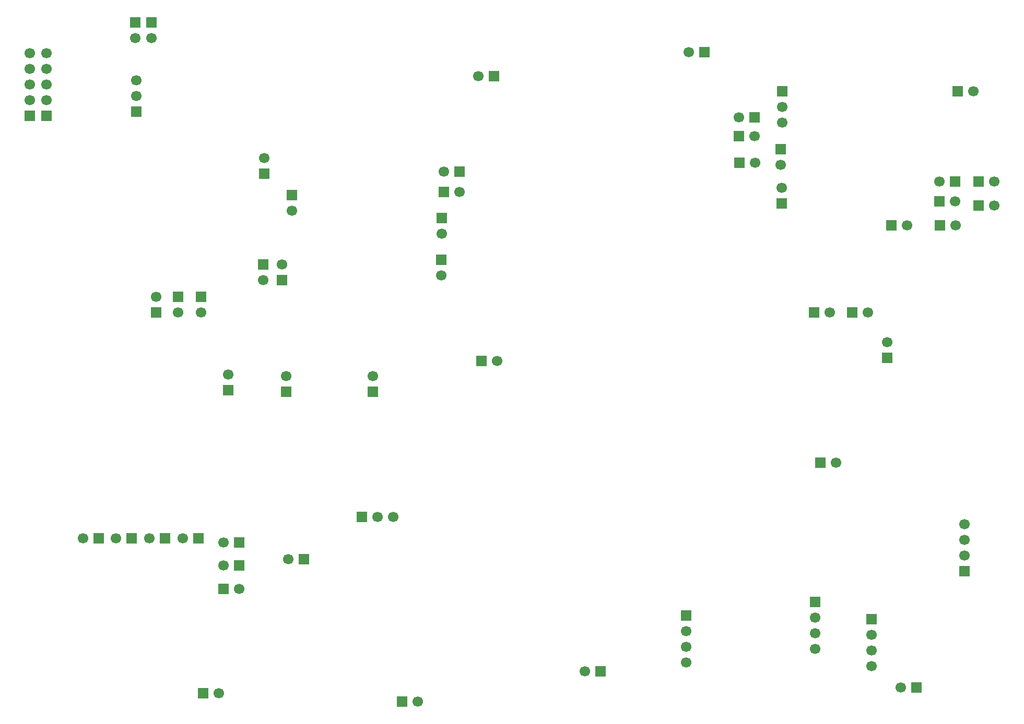
<source format=gbs>
%TF.GenerationSoftware,KiCad,Pcbnew,9.0.4*%
%TF.CreationDate,2026-02-17T14:13:00+01:00*%
%TF.ProjectId,TEST_PCB,54455354-5f50-4434-922e-6b696361645f,rev?*%
%TF.SameCoordinates,Original*%
%TF.FileFunction,Soldermask,Bot*%
%TF.FilePolarity,Negative*%
%FSLAX46Y46*%
G04 Gerber Fmt 4.6, Leading zero omitted, Abs format (unit mm)*
G04 Created by KiCad (PCBNEW 9.0.4) date 2026-02-17 14:13:00*
%MOMM*%
%LPD*%
G01*
G04 APERTURE LIST*
%ADD10C,1.700000*%
%ADD11R,1.700000X1.700000*%
G04 APERTURE END LIST*
D10*
%TO.C,J119*%
X95700000Y-71365000D03*
D11*
X95700000Y-68825000D03*
%TD*%
%TO.C,J118*%
X192200000Y-95300000D03*
D10*
X192200000Y-92760000D03*
%TD*%
D11*
%TO.C,J132*%
X204775000Y-129875002D03*
D10*
X204775000Y-127335002D03*
X204775000Y-124795003D03*
X204775000Y-122255002D03*
%TD*%
D11*
%TO.C,J124*%
X119918501Y-79305500D03*
D10*
X119918501Y-81845500D03*
%TD*%
D11*
%TO.C,J112*%
X81000000Y-85350000D03*
D10*
X81000000Y-87890000D03*
%TD*%
D11*
%TO.C,BT903*%
X69750000Y-124575000D03*
D10*
X67210000Y-124575000D03*
%TD*%
D11*
%TO.C,J105*%
X113550000Y-151050000D03*
D10*
X116090000Y-151050000D03*
%TD*%
D11*
%TO.C,J135*%
X200750000Y-73725000D03*
D10*
X203290000Y-73725000D03*
%TD*%
D11*
%TO.C,J137*%
X203284752Y-66671000D03*
D10*
X200744752Y-66671000D03*
%TD*%
D11*
%TO.C,J122*%
X119975000Y-72600000D03*
D10*
X119975000Y-75140000D03*
%TD*%
D11*
%TO.C,J125*%
X122925000Y-65050000D03*
D10*
X120385000Y-65050000D03*
%TD*%
D11*
%TO.C,J131*%
X189725000Y-137720001D03*
D10*
X189725000Y-140260001D03*
X189725000Y-142800000D03*
X189725000Y-145340001D03*
%TD*%
D11*
%TO.C,J1302*%
X180562500Y-134900000D03*
D10*
X180562500Y-137440000D03*
X180562500Y-139980000D03*
X180562500Y-142520000D03*
%TD*%
D11*
%TO.C,J140*%
X145750000Y-146125000D03*
D10*
X143210000Y-146125000D03*
%TD*%
D11*
%TO.C,J901*%
X84650000Y-132750000D03*
D10*
X87190000Y-132750000D03*
%TD*%
D11*
%TO.C,J1301*%
X181400000Y-112300000D03*
D10*
X183940000Y-112300000D03*
%TD*%
D11*
%TO.C,J114*%
X72977500Y-40800000D03*
D10*
X72977500Y-43340000D03*
%TD*%
D11*
%TO.C,J120*%
X107050000Y-121050000D03*
D10*
X109590000Y-121050000D03*
X112129999Y-121050000D03*
%TD*%
D11*
%TO.C,J111*%
X87150000Y-129000000D03*
D10*
X84610000Y-129000000D03*
%TD*%
D11*
%TO.C,J148*%
X200725000Y-69850000D03*
D10*
X203265000Y-69850000D03*
%TD*%
D11*
%TO.C,J141*%
X197000000Y-148800000D03*
D10*
X194460000Y-148800000D03*
%TD*%
D11*
%TO.C,J136*%
X175100000Y-70200000D03*
D10*
X175100000Y-67660000D03*
%TD*%
D11*
%TO.C,J123*%
X94750000Y-100750000D03*
D10*
X94750000Y-98210000D03*
%TD*%
D11*
%TO.C,J130*%
X175234752Y-52000000D03*
D10*
X175234752Y-54540000D03*
X175234752Y-57080000D03*
%TD*%
D11*
%TO.C,BT904*%
X64360000Y-124575000D03*
D10*
X61820000Y-124575000D03*
%TD*%
D11*
%TO.C,J103*%
X53193001Y-56001002D03*
D10*
X53193001Y-53461002D03*
X53193001Y-50921003D03*
X53193001Y-48381002D03*
X53193001Y-45841002D03*
%TD*%
D11*
%TO.C,J145*%
X94150000Y-82675000D03*
D10*
X94150000Y-80135000D03*
%TD*%
D11*
%TO.C,J1303*%
X159627500Y-137105000D03*
D10*
X159627500Y-139645000D03*
X159627500Y-142185000D03*
X159627500Y-144725000D03*
%TD*%
D11*
%TO.C,BT902*%
X75150000Y-124550000D03*
D10*
X72610000Y-124550000D03*
%TD*%
D11*
%TO.C,J146*%
X120375000Y-68300000D03*
D10*
X122915000Y-68300000D03*
%TD*%
D11*
%TO.C,J113*%
X70277500Y-40800000D03*
D10*
X70277500Y-43340000D03*
%TD*%
D11*
%TO.C,J121*%
X91225000Y-65350000D03*
D10*
X91225000Y-62810000D03*
%TD*%
D11*
%TO.C,J102*%
X55893001Y-56001002D03*
D10*
X55893001Y-53461002D03*
X55893001Y-50921003D03*
X55893001Y-48381002D03*
X55893001Y-45841002D03*
%TD*%
D11*
%TO.C,J109*%
X70500000Y-55300000D03*
D10*
X70500000Y-52760000D03*
X70500000Y-50220001D03*
%TD*%
D11*
%TO.C,J138*%
X192900000Y-73800000D03*
D10*
X195440000Y-73800000D03*
%TD*%
D11*
%TO.C,J116*%
X108800000Y-100800000D03*
D10*
X108800000Y-98260000D03*
%TD*%
D11*
%TO.C,J104*%
X85400000Y-100500000D03*
D10*
X85400000Y-97960000D03*
%TD*%
D11*
%TO.C,J115*%
X77300000Y-85325000D03*
D10*
X77300000Y-87865000D03*
%TD*%
D11*
%TO.C,J133*%
X170734752Y-56221000D03*
D10*
X168194752Y-56221000D03*
%TD*%
D11*
%TO.C,J129*%
X162600000Y-45625000D03*
D10*
X160060000Y-45625000D03*
%TD*%
D11*
%TO.C,J101*%
X81350000Y-149675000D03*
D10*
X83890000Y-149675000D03*
%TD*%
D11*
%TO.C,J142*%
X207084752Y-66671000D03*
D10*
X209624752Y-66671000D03*
%TD*%
D11*
%TO.C,J134*%
X175000000Y-61421000D03*
D10*
X175000000Y-63961000D03*
%TD*%
D11*
%TO.C,BT901*%
X80550000Y-124550000D03*
D10*
X78010000Y-124550000D03*
%TD*%
D11*
%TO.C,J147*%
X168175000Y-59250000D03*
D10*
X170715000Y-59250000D03*
%TD*%
D11*
%TO.C,J126*%
X128450000Y-49550000D03*
D10*
X125910000Y-49550000D03*
%TD*%
D11*
%TO.C,J106*%
X97700000Y-127925000D03*
D10*
X95160000Y-127925000D03*
%TD*%
D11*
%TO.C,J110*%
X87150000Y-125200000D03*
D10*
X84610000Y-125200000D03*
%TD*%
D11*
%TO.C,J139*%
X207050000Y-70525000D03*
D10*
X209590000Y-70525000D03*
%TD*%
D11*
%TO.C,J117*%
X91050000Y-80125000D03*
D10*
X91050000Y-82665000D03*
%TD*%
D11*
%TO.C,J143*%
X203650000Y-52000000D03*
D10*
X206190000Y-52000000D03*
%TD*%
D11*
%TO.C,J127*%
X168250000Y-63600000D03*
D10*
X170790000Y-63600000D03*
%TD*%
D11*
%TO.C,J107*%
X180400000Y-87900000D03*
D10*
X182940000Y-87900000D03*
%TD*%
D11*
%TO.C,J108*%
X186600000Y-87900000D03*
D10*
X189140000Y-87900000D03*
%TD*%
D11*
%TO.C,J128*%
X126450000Y-95750000D03*
D10*
X128990000Y-95750000D03*
%TD*%
D11*
%TO.C,J144*%
X73700000Y-87900000D03*
D10*
X73700000Y-85360000D03*
%TD*%
M02*

</source>
